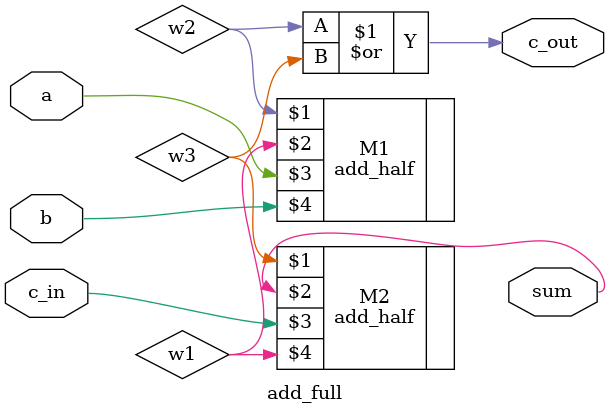
<source format=v>
module add_full (c_out, sum, a, b, c_in);

//PORT DECLARATION
	output 		c_out, sum;
	input 		a,b,c_in;

//WIRE DECLARATION
	wire 		w1,w2,w3;

//ALGORITHM
	add_half 	M1(w2,w1,a,b);
	add_half 	M2(w3,sum,c_in,w1);
	or   		M3(c_out, w2, w3); 

endmodule
</source>
